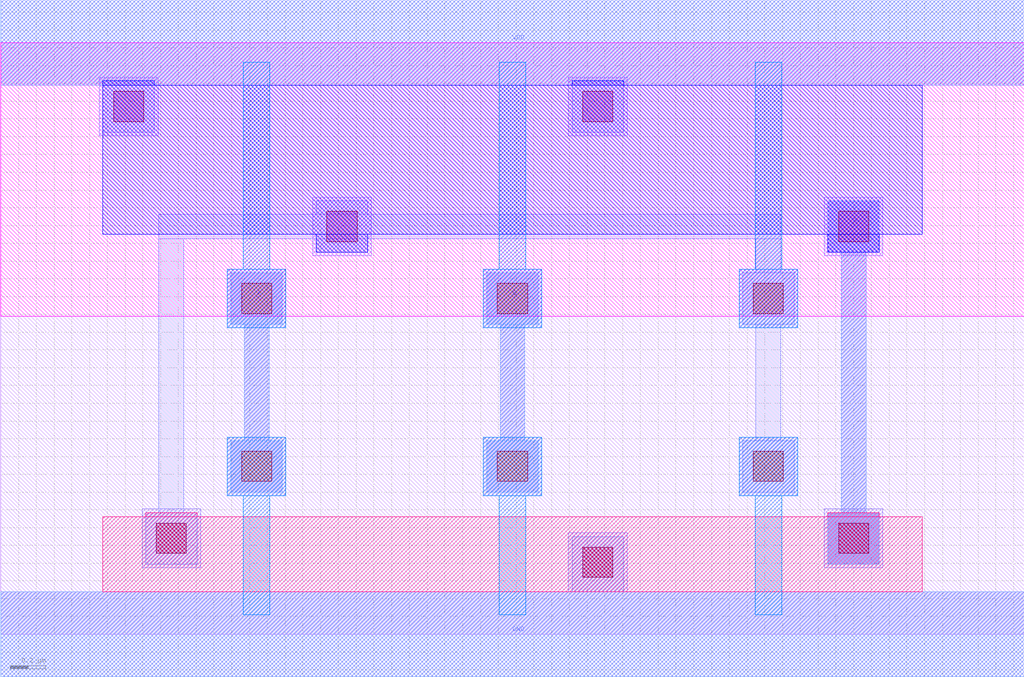
<source format=lef>
MACRO AND2X2
 CLASS CORE ;
 FOREIGN AND2X2 0 0 ;
 ORIGIN 0 0 ;
 SYMMETRY X Y R90 ;
 SITE UNIT ;
  PIN VDD
   DIRECTION INOUT ;
   USE SIGNAL ;
   SHAPE ABUTMENT ;
    PORT
     CLASS CORE ;
       LAYER metal2 ;
        RECT 0.00000000 3.09000000 5.76000000 3.57000000 ;
    END
  END VDD

  PIN GND
   DIRECTION INOUT ;
   USE SIGNAL ;
   SHAPE ABUTMENT ;
    PORT
     CLASS CORE ;
       LAYER metal2 ;
        RECT 0.00000000 -0.24000000 5.76000000 0.24000000 ;
    END
  END GND

  PIN Y
   DIRECTION INOUT ;
   USE SIGNAL ;
   SHAPE ABUTMENT ;
    PORT
     CLASS CORE ;
       LAYER metal2 ;
        RECT 4.65500000 0.39500000 4.94500000 0.68500000 ;
        RECT 4.73000000 0.68500000 4.87000000 2.15000000 ;
        RECT 4.65500000 2.15000000 4.94500000 2.44000000 ;
    END
  END Y

  PIN A
   DIRECTION INOUT ;
   USE SIGNAL ;
   SHAPE ABUTMENT ;
    PORT
     CLASS CORE ;
       LAYER metal2 ;
        RECT 1.29500000 0.80000000 1.58500000 1.09000000 ;
        RECT 1.37000000 1.09000000 1.51000000 1.74500000 ;
        RECT 1.29500000 1.74500000 1.58500000 2.03500000 ;
    END
  END A

  PIN B
   DIRECTION INOUT ;
   USE SIGNAL ;
   SHAPE ABUTMENT ;
    PORT
     CLASS CORE ;
       LAYER metal2 ;
        RECT 2.73500000 0.80000000 3.02500000 1.09000000 ;
        RECT 2.81000000 1.09000000 2.95000000 1.74500000 ;
        RECT 2.73500000 1.74500000 3.02500000 2.03500000 ;
    END
  END B

  OBS
   LAYER abutment_box ;
    RECT 0.00000000 0.00000000 5.76000000 3.33000000 ;
  END

  OBS
   LAYER metal1 ;
    RECT 3.19500000 0.24000000 3.52500000 0.57000000 ;
    RECT 0.79500000 0.37500000 1.12500000 0.70500000 ;
    RECT 4.63500000 0.37500000 4.96500000 0.70500000 ;
    RECT 1.27500000 0.78000000 1.60500000 1.11000000 ;
    RECT 2.71500000 0.78000000 3.04500000 1.11000000 ;
    RECT 4.15500000 0.78000000 4.48500000 1.11000000 ;
    RECT 1.27500000 1.72500000 1.60500000 2.05500000 ;
    RECT 2.71500000 1.72500000 3.04500000 2.05500000 ;
    RECT 4.15500000 1.72500000 4.48500000 2.05500000 ;
    RECT 1.75500000 2.13000000 2.08500000 2.46000000 ;
    RECT 4.63500000 2.13000000 4.96500000 2.46000000 ;
    RECT 0.55500000 2.80500000 0.88500000 3.13500000 ;
    RECT 3.19500000 2.80500000 3.52500000 3.13500000 ;
  END

  OBS
   LAYER metal1_label ;

  END

  OBS
   LAYER metal1_pin ;

  END

  OBS
   LAYER metal2 ;
    RECT 0.00000000 -0.24000000 5.76000000 0.24000000 ;
    RECT 3.21500000 0.24000000 3.50500000 0.55000000 ;
    RECT 1.29500000 0.80000000 1.58500000 1.09000000 ;
    RECT 1.37000000 1.09000000 1.51000000 1.74500000 ;
    RECT 1.29500000 1.74500000 1.58500000 2.03500000 ;
    RECT 2.73500000 0.80000000 3.02500000 1.09000000 ;
    RECT 2.81000000 1.09000000 2.95000000 1.74500000 ;
    RECT 2.73500000 1.74500000 3.02500000 2.03500000 ;
    RECT 0.81500000 0.39500000 1.10500000 0.68500000 ;
    RECT 4.17500000 0.80000000 4.46500000 1.09000000 ;
    RECT 4.25000000 1.09000000 4.39000000 1.74500000 ;
    RECT 4.17500000 1.74500000 4.46500000 2.03500000 ;
    RECT 0.89000000 0.68500000 1.03000000 2.22500000 ;
    RECT 1.77500000 2.15000000 2.06500000 2.22500000 ;
    RECT 4.25000000 2.03500000 4.39000000 2.22500000 ;
    RECT 0.89000000 2.22500000 4.39000000 2.36500000 ;
    RECT 1.77500000 2.36500000 2.06500000 2.44000000 ;
    RECT 4.65500000 0.39500000 4.94500000 0.68500000 ;
    RECT 4.73000000 0.68500000 4.87000000 2.15000000 ;
    RECT 4.65500000 2.15000000 4.94500000 2.44000000 ;
    RECT 0.57500000 2.82500000 0.86500000 3.09000000 ;
    RECT 3.21500000 2.82500000 3.50500000 3.09000000 ;
    RECT 0.00000000 3.09000000 5.76000000 3.57000000 ;
  END

  OBS
   LAYER metal2_label ;

  END

  OBS
   LAYER metal2_pin ;
    RECT 0.00000000 -0.24000000 5.76000000 0.24000000 ;
    RECT 1.29500000 0.80000000 1.58500000 1.09000000 ;
    RECT 1.37000000 1.09000000 1.51000000 1.74500000 ;
    RECT 1.29500000 1.74500000 1.58500000 2.03500000 ;
    RECT 2.73500000 0.80000000 3.02500000 1.09000000 ;
    RECT 2.81000000 1.09000000 2.95000000 1.74500000 ;
    RECT 2.73500000 1.74500000 3.02500000 2.03500000 ;
    RECT 4.65500000 0.39500000 4.94500000 0.68500000 ;
    RECT 4.73000000 0.68500000 4.87000000 2.15000000 ;
    RECT 4.65500000 2.15000000 4.94500000 2.44000000 ;
    RECT 0.00000000 3.09000000 5.76000000 3.57000000 ;
  END

  OBS
   LAYER ndiff_contact ;
    RECT 3.27500000 0.32000000 3.44500000 0.49000000 ;
    RECT 0.87500000 0.45500000 1.04500000 0.62500000 ;
    RECT 4.71500000 0.45500000 4.88500000 0.62500000 ;
  END

  OBS
   LAYER ndiffusion ;
    RECT 0.57500000 0.24000000 5.18500000 0.66000000 ;
    RECT 0.81500000 0.66000000 1.10500000 0.68500000 ;
    RECT 4.65500000 0.66000000 4.94500000 0.68500000 ;
  END

  OBS
   LAYER nplus ;

  END

  OBS
   LAYER nwell ;
    RECT 0.00000000 1.79000000 5.76000000 3.33000000 ;
  END

  OBS
   LAYER pdiff_contact ;
    RECT 1.83500000 2.21000000 2.00500000 2.38000000 ;
    RECT 4.71500000 2.21000000 4.88500000 2.38000000 ;
    RECT 0.63500000 2.88500000 0.80500000 3.05500000 ;
    RECT 3.27500000 2.88500000 3.44500000 3.05500000 ;
  END

  OBS
   LAYER pdiffusion ;
    RECT 1.77500000 2.15000000 2.06500000 2.25000000 ;
    RECT 4.65500000 2.15000000 4.94500000 2.25000000 ;
    RECT 0.57500000 2.25000000 5.18500000 3.09000000 ;
    RECT 0.57500000 3.09000000 0.86500000 3.11500000 ;
    RECT 3.21500000 3.09000000 3.50500000 3.11500000 ;
  END

  OBS
   LAYER poly ;
    RECT 1.36500000 0.11000000 1.51500000 0.78000000 ;
    RECT 1.27500000 0.78000000 1.60500000 1.11000000 ;
    RECT 2.80500000 0.11000000 2.95500000 0.78000000 ;
    RECT 2.71500000 0.78000000 3.04500000 1.11000000 ;
    RECT 4.24500000 0.11000000 4.39500000 0.78000000 ;
    RECT 4.15500000 0.78000000 4.48500000 1.11000000 ;
    RECT 1.27500000 1.72500000 1.60500000 2.05500000 ;
    RECT 1.36500000 2.05500000 1.51500000 3.22000000 ;
    RECT 2.71500000 1.72500000 3.04500000 2.05500000 ;
    RECT 2.80500000 2.05500000 2.95500000 3.22000000 ;
    RECT 4.15500000 1.72500000 4.48500000 2.05500000 ;
    RECT 4.24500000 2.05500000 4.39500000 3.22000000 ;
  END

  OBS
   LAYER poly_contact ;
    RECT 1.35500000 0.86000000 1.52500000 1.03000000 ;
    RECT 2.79500000 0.86000000 2.96500000 1.03000000 ;
    RECT 4.23500000 0.86000000 4.40500000 1.03000000 ;
    RECT 1.35500000 1.80500000 1.52500000 1.97500000 ;
    RECT 2.79500000 1.80500000 2.96500000 1.97500000 ;
    RECT 4.23500000 1.80500000 4.40500000 1.97500000 ;
  END

  OBS
   LAYER pplus ;

  END

  OBS
   LAYER via1 ;
    RECT 3.27500000 0.32000000 3.44500000 0.49000000 ;
    RECT 0.87500000 0.45500000 1.04500000 0.62500000 ;
    RECT 4.71500000 0.45500000 4.88500000 0.62500000 ;
    RECT 1.35500000 0.86000000 1.52500000 1.03000000 ;
    RECT 2.79500000 0.86000000 2.96500000 1.03000000 ;
    RECT 4.23500000 0.86000000 4.40500000 1.03000000 ;
    RECT 1.35500000 1.80500000 1.52500000 1.97500000 ;
    RECT 2.79500000 1.80500000 2.96500000 1.97500000 ;
    RECT 4.23500000 1.80500000 4.40500000 1.97500000 ;
    RECT 1.83500000 2.21000000 2.00500000 2.38000000 ;
    RECT 4.71500000 2.21000000 4.88500000 2.38000000 ;
    RECT 0.63500000 2.88500000 0.80500000 3.05500000 ;
    RECT 3.27500000 2.88500000 3.44500000 3.05500000 ;
  END

END AND2X2

</source>
